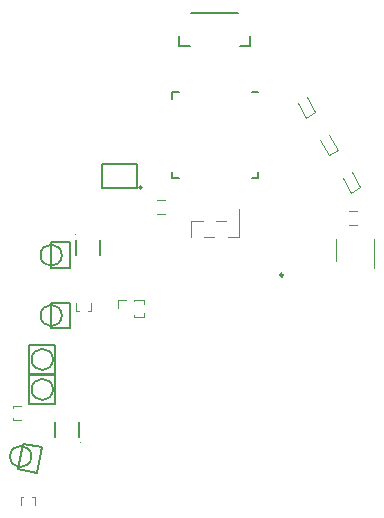
<source format=gbo>
G04 #@! TF.FileFunction,Legend,Bot*
%FSLAX46Y46*%
G04 Gerber Fmt 4.6, Leading zero omitted, Abs format (unit mm)*
G04 Created by KiCad (PCBNEW 4.0.7) date Thu Oct 19 14:43:40 2017*
%MOMM*%
%LPD*%
G01*
G04 APERTURE LIST*
%ADD10C,0.100000*%
%ADD11C,0.150000*%
%ADD12C,0.254000*%
%ADD13C,0.120000*%
%ADD14C,0.127000*%
G04 APERTURE END LIST*
D10*
D11*
X202750000Y-132900000D02*
X202750000Y-133425000D01*
X210000000Y-140150000D02*
X210000000Y-139625000D01*
X202750000Y-140150000D02*
X202750000Y-139625000D01*
X210000000Y-132900000D02*
X209475000Y-132900000D01*
X210000000Y-140150000D02*
X209475000Y-140150000D01*
X202750000Y-140150000D02*
X203275000Y-140150000D01*
X202750000Y-132900000D02*
X203275000Y-132900000D01*
D12*
X212141400Y-148365600D02*
G75*
G03X212141400Y-148365600I-125000J0D01*
G01*
D13*
X201423600Y-143230000D02*
X202123600Y-143230000D01*
X202123600Y-142030000D02*
X201423600Y-142030000D01*
X217705000Y-144169800D02*
X218405000Y-144169800D01*
X218405000Y-142969800D02*
X217705000Y-142969800D01*
X218669711Y-140932724D02*
X217890289Y-141382724D01*
X217890289Y-141382724D02*
X217165289Y-140126987D01*
X218669711Y-140932724D02*
X217944711Y-139676987D01*
X214859711Y-134582724D02*
X214080289Y-135032724D01*
X214080289Y-135032724D02*
X213355289Y-133776987D01*
X214859711Y-134582724D02*
X214134711Y-133326987D01*
X216764711Y-137757724D02*
X215985289Y-138207724D01*
X215985289Y-138207724D02*
X215260289Y-136951987D01*
X216764711Y-137757724D02*
X216039711Y-136501987D01*
D11*
X192640600Y-158047800D02*
G75*
G03X192640600Y-158047800I-900000J0D01*
G01*
X190640600Y-159247800D02*
X192840600Y-159247800D01*
X192840600Y-159247800D02*
X192840600Y-156847800D01*
X192840600Y-156847800D02*
X190640600Y-156847800D01*
X190640600Y-156847800D02*
X190640600Y-159247800D01*
X192640600Y-155507800D02*
G75*
G03X192640600Y-155507800I-900000J0D01*
G01*
X192840600Y-154307800D02*
X190640600Y-154307800D01*
X190640600Y-154307800D02*
X190640600Y-156707800D01*
X190640600Y-156707800D02*
X192840600Y-156707800D01*
X192840600Y-156707800D02*
X192840600Y-154307800D01*
X200213821Y-140954000D02*
G75*
G03X200213821Y-140954000I-141421J0D01*
G01*
X199772400Y-138954000D02*
X196772400Y-138954000D01*
X196772400Y-138954000D02*
X196772400Y-140954000D01*
X196772400Y-140954000D02*
X199772400Y-140954000D01*
X199772400Y-140954000D02*
X199772400Y-138954000D01*
D13*
X200391200Y-150485800D02*
X200391200Y-150786307D01*
X200391200Y-151575293D02*
X200391200Y-151875800D01*
X199516200Y-150485800D02*
X200391200Y-150485800D01*
X199516200Y-151875800D02*
X200391200Y-151875800D01*
X199516200Y-150485800D02*
X199516200Y-150572524D01*
X199516200Y-151789076D02*
X199516200Y-151875800D01*
X198831200Y-150485800D02*
X198146200Y-150485800D01*
X198146200Y-150485800D02*
X198146200Y-151180800D01*
D11*
X209349600Y-128087600D02*
X209349600Y-128987600D01*
X209349600Y-128987600D02*
X208449600Y-128987600D01*
X204249600Y-128987600D02*
X203349600Y-128987600D01*
X203349600Y-128987600D02*
X203349600Y-128087600D01*
X204449600Y-126187600D02*
X204349600Y-126187600D01*
X208349600Y-126187600D02*
X204449600Y-126187600D01*
D10*
X190100000Y-167140000D02*
X189900000Y-167140000D01*
X189900000Y-167140000D02*
X189900000Y-167840000D01*
X191100000Y-167840000D02*
X191100000Y-167140000D01*
X191100000Y-167140000D02*
X190900000Y-167140000D01*
X195624400Y-151426800D02*
X195824400Y-151426800D01*
X195824400Y-151426800D02*
X195824400Y-150726800D01*
X194624400Y-150726800D02*
X194624400Y-151426800D01*
X194624400Y-151426800D02*
X194824400Y-151426800D01*
X189275600Y-160429000D02*
X189275600Y-160629000D01*
X189275600Y-160629000D02*
X189975600Y-160629000D01*
X189975600Y-159429000D02*
X189275600Y-159429000D01*
X189275600Y-159429000D02*
X189275600Y-159629000D01*
D14*
X194610800Y-145425000D02*
X194610800Y-146675000D01*
X196650800Y-145425000D02*
X196650800Y-146675000D01*
D13*
X194570800Y-144950000D02*
G75*
G03X194570800Y-144950000I-60000J0D01*
G01*
D14*
X194843400Y-162076400D02*
X194843400Y-160826400D01*
X192803400Y-162076400D02*
X192803400Y-160826400D01*
D13*
X195003400Y-162551400D02*
G75*
G03X195003400Y-162551400I-60000J0D01*
G01*
X216626800Y-147153200D02*
X216626800Y-145353200D01*
X219846800Y-145353200D02*
X219846800Y-147803200D01*
X208435000Y-145170200D02*
X208435000Y-143780200D01*
X204315000Y-145170200D02*
X204315000Y-143780200D01*
X207315000Y-143780200D02*
X206435000Y-143780200D01*
X205315000Y-143780200D02*
X204315000Y-143780200D01*
X208435000Y-143780200D02*
X208435000Y-142785200D01*
X208435000Y-143780200D02*
X208435000Y-143780200D01*
X204315000Y-145170200D02*
X204315000Y-145170200D01*
X208435000Y-145170200D02*
X207435000Y-145170200D01*
X208315000Y-145170200D02*
X207435000Y-145170200D01*
X206315000Y-145170200D02*
X205435000Y-145170200D01*
D11*
X190809115Y-163725811D02*
G75*
G03X190809115Y-163725811I-900000J0D01*
G01*
X191293795Y-165086937D02*
X189718102Y-164809100D01*
X189718102Y-164809100D02*
X190100128Y-162642523D01*
X190100128Y-162642523D02*
X191675821Y-162920360D01*
X191675821Y-162920360D02*
X191293795Y-165086937D01*
X193390800Y-151790400D02*
G75*
G03X193390800Y-151790400I-900000J0D01*
G01*
X194090800Y-152890400D02*
X192490800Y-152890400D01*
X192490800Y-152890400D02*
X192490800Y-150690400D01*
X192490800Y-150690400D02*
X194090800Y-150690400D01*
X194090800Y-150690400D02*
X194090800Y-152890400D01*
X193390800Y-146685000D02*
G75*
G03X193390800Y-146685000I-900000J0D01*
G01*
X194090800Y-147785000D02*
X192490800Y-147785000D01*
X192490800Y-147785000D02*
X192490800Y-145585000D01*
X192490800Y-145585000D02*
X194090800Y-145585000D01*
X194090800Y-145585000D02*
X194090800Y-147785000D01*
M02*

</source>
